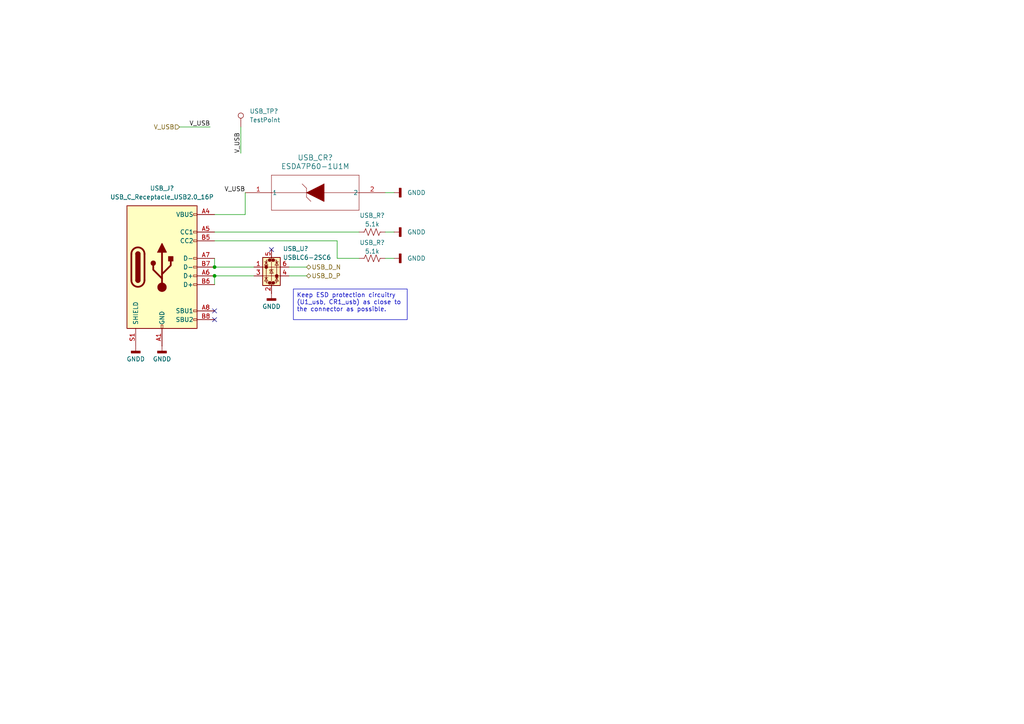
<source format=kicad_sch>
(kicad_sch (version 20250114) (generator "eeschema") (generator_version "9.0")
  (paper "A4")
  (lib_symbols
    (symbol "2024-07-15_00-58-56:ESDA7P60-1U1M" (pin_names (offset 0.254))
      (property "Reference" "CR" (at 20.32 10.16 0))
      (property "Value" "ESDA7P60-1U1M" (at 20.32 7.62 0))
      (symbol "ESDA7P60-1U1M_0_1"
        (polyline (pts (xy 7.62 5.08) (xy 7.62 -5.08)) (stroke (width 0.127)))
        (polyline (pts (xy 7.62 -5.08) (xy 33.02 -5.08)) (stroke (width 0.127)))
        (polyline (pts (xy 17.78 1.27) (xy 16.51 2.54)) (stroke (width 0.127)))
        (polyline (pts (xy 17.78 1.27) (xy 17.78 -1.27)) (stroke (width 0.127)))
        (polyline (pts (xy 17.78 0) (xy 22.86 2.54)) (stroke (width 0.127)))
        (polyline (pts (xy 17.78 -1.27) (xy 19.05 -2.54)) (stroke (width 0.127)))
        (polyline (pts (xy 22.86 2.54) (xy 22.86 -2.54)) (stroke (width 0.127)))
        (polyline (pts (xy 22.86 2.54) (xy 22.86 -2.54) (xy 17.78 0)) (fill (type outline)))
        (polyline (pts (xy 22.86 -2.54) (xy 17.78 0)) (stroke (width 0.127)))
        (polyline (pts (xy 33.02 5.08) (xy 7.62 5.08)) (stroke (width 0.127)))
        (polyline (pts (xy 33.02 0) (xy 7.62 0)) (stroke (width 0.127)))
        (polyline (pts (xy 33.02 -5.08) (xy 33.02 5.08)) (stroke (width 0.127)))
        (pin unspecified line (at 0 0 0) (length 7.62) (name "1") (number "1"))
        (pin unspecified line (at 40.64 0 180) (length 7.62) (name "2") (number "2"))
      )
    )
    (symbol "Connector:TestPoint" (pin_numbers (hide yes)) (pin_names (offset 0.762) (hide yes))
      (property "Reference" "TP" (at 0 6.858 0))
      (property "Value" "TestPoint" (at 0 5.08 0))
      (symbol "TestPoint_0_1"
        (circle (center 0 3.302) (radius 0.762))
      )
      (symbol "TestPoint_1_1"
        (pin passive line (at 0 0 90) (length 2.54) (name "1") (number "1"))
      )
    )
    (symbol "Connector:USB_C_Receptacle_USB2.0_16P" (pin_names (offset 1.016))
      (property "Reference" "J" (at 0 22.225 0))
      (property "Value" "USB_C_Receptacle_USB2.0_16P" (at 0 19.685 0))
      (symbol "USB_C_Receptacle_USB2.0_16P_0_0"
        (rectangle (start -0.254 -17.78) (end 0.254 -16.764))
        (rectangle (start 10.16 15.494) (end 9.144 14.986))
        (rectangle (start 10.16 10.414) (end 9.144 9.906))
        (rectangle (start 10.16 7.874) (end 9.144 7.366))
        (rectangle (start 10.16 2.794) (end 9.144 2.286))
        (rectangle (start 10.16 0.254) (end 9.144 -0.254))
        (rectangle (start 10.16 -2.286) (end 9.144 -2.794))
        (rectangle (start 10.16 -4.826) (end 9.144 -5.334))
        (rectangle (start 10.16 -12.446) (end 9.144 -12.954))
        (rectangle (start 10.16 -14.986) (end 9.144 -15.494))
      )
      (symbol "USB_C_Receptacle_USB2.0_16P_0_1"
        (rectangle (start -10.16 17.78) (end 10.16 -17.78) (stroke (width 0.254)) (fill (type background)))
        (polyline (pts (xy -8.89 -3.81) (xy -8.89 3.81)) (stroke (width 0.508)))
        (rectangle (start -7.62 -3.81) (end -6.35 3.81) (stroke (width 0.254)) (fill (type outline)))
        (arc (start -7.62 3.81) (mid -6.985 4.4423) (end -6.35 3.81) (stroke (width 0.254)))
        (arc (start -7.62 3.81) (mid -6.985 4.4423) (end -6.35 3.81) (stroke (width 0.254)) (fill (type outline)))
        (arc (start -8.89 3.81) (mid -6.985 5.7067) (end -5.08 3.81) (stroke (width 0.508)))
        (arc (start -5.08 -3.81) (mid -6.985 -5.7067) (end -8.89 -3.81) (stroke (width 0.508)))
        (arc (start -6.35 -3.81) (mid -6.985 -4.4423) (end -7.62 -3.81) (stroke (width 0.254)))
        (arc (start -6.35 -3.81) (mid -6.985 -4.4423) (end -7.62 -3.81) (stroke (width 0.254)) (fill (type outline)))
        (polyline (pts (xy -5.08 3.81) (xy -5.08 -3.81)) (stroke (width 0.508)))
        (circle (center -2.54 1.143) (radius 0.635) (stroke (width 0.254)) (fill (type outline)))
        (polyline (pts (xy -1.27 4.318) (xy 0 6.858) (xy 1.27 4.318) (xy -1.27 4.318)) (stroke (width 0.254)) (fill (type outline)))
        (polyline (pts (xy 0 -2.032) (xy 2.54 0.508) (xy 2.54 1.778)) (stroke (width 0.508)))
        (polyline (pts (xy 0 -3.302) (xy -2.54 -0.762) (xy -2.54 0.508)) (stroke (width 0.508)))
        (polyline (pts (xy 0 -5.842) (xy 0 4.318)) (stroke (width 0.508)))
        (circle (center 0 -5.842) (radius 1.27) (fill (type outline)))
        (rectangle (start 1.905 1.778) (end 3.175 3.048) (stroke (width 0.254)) (fill (type outline)))
      )
      (symbol "USB_C_Receptacle_USB2.0_16P_1_1"
        (pin passive line (at -7.62 -22.86 90) (length 5.08) (name "SHIELD") (number "S1"))
        (pin passive line (at 0 -22.86 90) (length 5.08) (name "GND") (number "A1"))
        (pin passive line (at 0 -22.86 90) (length 5.08) (hide yes) (name "GND") (number "A12"))
        (pin passive line (at 0 -22.86 90) (length 5.08) (hide yes) (name "GND") (number "B1"))
        (pin passive line (at 0 -22.86 90) (length 5.08) (hide yes) (name "GND") (number "B12"))
        (pin passive line (at 15.24 15.24 180) (length 5.08) (name "VBUS") (number "A4"))
        (pin passive line (at 15.24 15.24 180) (length 5.08) (hide yes) (name "VBUS") (number "A9"))
        (pin passive line (at 15.24 15.24 180) (length 5.08) (hide yes) (name "VBUS") (number "B4"))
        (pin passive line (at 15.24 15.24 180) (length 5.08) (hide yes) (name "VBUS") (number "B9"))
        (pin bidirectional line (at 15.24 10.16 180) (length 5.08) (name "CC1") (number "A5"))
        (pin bidirectional line (at 15.24 7.62 180) (length 5.08) (name "CC2") (number "B5"))
        (pin bidirectional line (at 15.24 2.54 180) (length 5.08) (name "D-") (number "A7"))
        (pin bidirectional line (at 15.24 0 180) (length 5.08) (name "D-") (number "B7"))
        (pin bidirectional line (at 15.24 -2.54 180) (length 5.08) (name "D+") (number "A6"))
        (pin bidirectional line (at 15.24 -5.08 180) (length 5.08) (name "D+") (number "B6"))
        (pin bidirectional line (at 15.24 -12.7 180) (length 5.08) (name "SBU1") (number "A8"))
        (pin bidirectional line (at 15.24 -15.24 180) (length 5.08) (name "SBU2") (number "B8"))
      )
    )
    (symbol "Device:R_US" (pin_numbers (hide yes)) (pin_names (offset 0))
      (property "Reference" "R" (at 2.54 0 90))
      (property "Value" "R_US" (at -2.54 0 90))
      (symbol "R_US_0_1"
        (polyline (pts (xy 0 2.286) (xy 0 2.54)))
        (polyline (pts (xy 0 2.286) (xy 1.016 1.905) (xy 0 1.524) (xy -1.016 1.143) (xy 0 0.762)))
        (polyline (pts (xy 0 0.762) (xy 1.016 0.381) (xy 0 0) (xy -1.016 -0.381) (xy 0 -0.762)))
        (polyline (pts (xy 0 -0.762) (xy 1.016 -1.143) (xy 0 -1.524) (xy -1.016 -1.905) (xy 0 -2.286)))
        (polyline (pts (xy 0 -2.286) (xy 0 -2.54)))
      )
      (symbol "R_US_1_1"
        (pin passive line (at 0 3.81 270) (length 1.27) (name "~") (number "1"))
        (pin passive line (at 0 -3.81 90) (length 1.27) (name "~") (number "2"))
      )
    )
    (symbol "Power_Protection:USBLC6-2SC6" (pin_names (hide yes))
      (property "Reference" "U" (at 0.635 5.715 0))
      (property "Value" "USBLC6-2SC6" (at 0.635 3.81 0))
      (symbol "USBLC6-2SC6_0_0"
        (circle (center -1.524 0) (radius 0.0001) (stroke (width 0.508)))
        (circle (center -0.508 2.032) (radius 0.0001) (stroke (width 0.508)))
        (circle (center -0.508 -4.572) (radius 0.0001) (stroke (width 0.508)))
        (circle (center 0.508 2.032) (radius 0.0001) (stroke (width 0.508)))
        (circle (center 0.508 -4.572) (radius 0.0001) (stroke (width 0.508)))
        (circle (center 1.524 -2.54) (radius 0.0001) (stroke (width 0.508)))
      )
      (symbol "USBLC6-2SC6_0_1"
        (polyline (pts (xy -2.54 0) (xy 2.54 0)))
        (polyline (pts (xy -2.54 -2.54) (xy 2.54 -2.54)))
        (polyline (pts (xy -2.032 0.508) (xy -1.016 0.508) (xy -1.524 1.524) (xy -2.032 0.508)))
        (polyline (pts (xy -2.032 -3.048) (xy -1.016 -3.048)))
        (polyline (pts (xy -1.016 1.524) (xy -2.032 1.524)))
        (polyline (pts (xy -1.016 -4.064) (xy -2.032 -4.064) (xy -1.524 -3.048) (xy -1.016 -4.064)))
        (polyline (pts (xy -0.508 -1.143) (xy -0.508 -0.762) (xy 0.508 -0.762)))
        (polyline (pts (xy 0 2.54) (xy -0.508 2.032) (xy 0.508 2.032) (xy 0 1.524) (xy 0 -4.064) (xy -0.508 -4.572) (xy 0.508 -4.572) (xy 0 -5.08)))
        (polyline (pts (xy 0.508 -1.778) (xy -0.508 -1.778) (xy 0 -0.762) (xy 0.508 -1.778)))
        (polyline (pts (xy 1.016 1.524) (xy 2.032 1.524)))
        (polyline (pts (xy 1.016 -3.048) (xy 2.032 -3.048)))
        (polyline (pts (xy 2.032 0.508) (xy 1.016 0.508) (xy 1.524 1.524) (xy 2.032 0.508)))
        (polyline (pts (xy 2.032 -4.064) (xy 1.016 -4.064) (xy 1.524 -3.048) (xy 2.032 -4.064)))
      )
      (symbol "USBLC6-2SC6_1_1"
        (rectangle (start -2.54 2.794) (end 2.54 -5.334) (stroke (width 0.254)) (fill (type background)))
        (polyline (pts (xy -0.508 2.032) (xy -1.524 2.032) (xy -1.524 -4.572) (xy -0.508 -4.572)))
        (polyline (pts (xy 0.508 -4.572) (xy 1.524 -4.572) (xy 1.524 2.032) (xy 0.508 2.032)))
        (pin passive line (at -5.08 0 0) (length 2.54) (name "I/O1") (number "1"))
        (pin passive line (at -5.08 -2.54 0) (length 2.54) (name "I/O2") (number "3"))
        (pin passive line (at 0 5.08 270) (length 2.54) (name "VBUS") (number "5"))
        (pin passive line (at 0 -7.62 90) (length 2.54) (name "GND") (number "2"))
        (pin passive line (at 5.08 0 180) (length 2.54) (name "I/O1") (number "6"))
        (pin passive line (at 5.08 -2.54 180) (length 2.54) (name "I/O2") (number "4"))
      )
    )
    (symbol "power:GNDD" (power) (pin_numbers (hide yes)) (pin_names (offset 0) (hide yes))
      (property "Value" "GNDD" (at 0 -3.175 0))
      (symbol "GNDD_0_1"
        (rectangle (start -1.27 -1.524) (end 1.27 -2.032) (stroke (width 0.254)) (fill (type outline)))
        (polyline (pts (xy 0 0) (xy 0 -1.524)))
      )
      (symbol "GNDD_1_1"
        (pin power_in line (at 0 0 270) (length 0) (name "~") (number "1"))
      )
    )
  )
  (text_box "Keep ESD protection circuitry (U1_usb, CR1_usb) as close to the connector as possible." (at 85.09 83.82 0) (size 33.02 8.89) (margins 0.9525 0.9525 0.9525 0.9525) (effects (font (size 1.27 1.27)) (justify left top)))
  (junction (at 62.23 77.47))
  (junction (at 62.23 80.01))
  (no_connect (at 78.74 72.39))
  (no_connect (at 62.23 90.17))
  (no_connect (at 62.23 92.71))
  (wire (pts (xy 62.23 62.23) (xy 71.12 62.23)))
  (wire (pts (xy 88.9 80.01) (xy 83.82 80.01)))
  (wire (pts (xy 71.12 55.88) (xy 71.12 62.23)))
  (wire (pts (xy 60.96 36.83) (xy 52.07 36.83)))
  (wire (pts (xy 114.3 55.88) (xy 111.76 55.88)))
  (wire (pts (xy 111.76 74.93) (xy 114.3 74.93)))
  (wire (pts (xy 88.9 77.47) (xy 83.82 77.47)))
  (wire (pts (xy 62.23 80.01) (xy 73.66 80.01)))
  (wire (pts (xy 97.79 69.85) (xy 97.79 74.93)))
  (wire (pts (xy 62.23 69.85) (xy 97.79 69.85)))
  (wire (pts (xy 62.23 74.93) (xy 62.23 77.47)))
  (wire (pts (xy 111.76 67.31) (xy 114.3 67.31)))
  (wire (pts (xy 62.23 82.55) (xy 62.23 80.01)))
  (wire (pts (xy 97.79 74.93) (xy 104.14 74.93)))
  (wire (pts (xy 62.23 67.31) (xy 104.14 67.31)))
  (wire (pts (xy 62.23 77.47) (xy 73.66 77.47)))
  (wire (pts (xy 69.85 44.45) (xy 69.85 36.83)))
  (label "V_USB" (at 69.85 44.45 90))
  (label "V_USB" (at 71.12 55.88 180))
  (label "V_USB" (at 60.96 36.83 180))
  (hierarchical_label "USB_D_N" (shape bidirectional) (at 88.9 77.47 0))
  (hierarchical_label "V_USB" (shape input) (at 52.07 36.83 180))
  (hierarchical_label "USB_D_P" (shape bidirectional) (at 88.9 80.01 0))
  (symbol (lib_id "Power_Protection:USBLC6-2SC6") (at 78.74 77.47 0) (unit 1)
    (property "Reference" "USB_U?" (at 82.042 72.136 0) (effects (justify left)))
    (property "Value" "USBLC6-2SC6" (at 82.042 74.676 0) (effects (justify left)))
    (property "Footprint" "Package_TO_SOT_SMD:SOT-23-6" (effects (hide yes)))
    (property "Datasheet" "https://www.st.com/resource/en/datasheet/usblc6-2.pdf" (effects (hide yes)))
    (property "Description" "Very low capacitance ESD protection diode, 2 data-line, SOT-23-6" (effects (hide yes)))
    (instances (project "Radio-Module" (path "" (reference "USB_U?") (unit 1))) (project "Radio-Module" (path "" (reference "USB_U?") (unit 1))) (project "Main-Module" (path "" (reference "USB_U1") (unit 1))))
  )
  (symbol (lib_id "Connector:USB_C_Receptacle_USB2.0_16P") (at 46.99 77.47 0) (unit 1)
    (property "Reference" "USB_J?" (at 46.99 54.61 0))
    (property "Value" "USB_C_Receptacle_USB2.0_16P" (at 46.99 57.15 0))
    (property "Footprint" "Connector_USB:USB_C_Receptacle_GCT_USB4105-xx-A_16P_TopMnt_Horizontal" (effects (hide yes)))
    (property "Datasheet" "https://www.usb.org/sites/default/files/documents/usb_type-c.zip" (effects (hide yes)))
    (property "Description" "USB 2.0-only 16P Type-C Receptacle connector" (effects (hide yes)))
    (instances (project "Radio-Module" (path "" (reference "USB_J?") (unit 1))) (project "Radio-Module" (path "" (reference "USB_J?") (unit 1))) (project "Main-Module" (path "" (reference "USB_J1") (unit 1))))
  )
  (symbol (lib_id "power:GNDD") (at 46.99 100.33 0) (unit 1)
    (property "Reference" "#PWR?" (effects (hide yes)))
    (property "Value" "GNDD" (at 46.99 104.14 0))
    (property "Description" "Power symbol creates a global label with name \"GNDD\" , digital ground" (effects (hide yes)))
    (instances (project "Radio-Module" (path "" (reference "#PWR?") (unit 1))) (project "Radio-Module" (path "" (reference "#PWR?") (unit 1))) (project "Main-Module" (path "" (reference "#PWR037") (unit 1))))
  )
  (symbol (lib_id "power:GNDD") (at 114.3 55.88 90) (unit 1)
    (property "Reference" "#PWR?" (effects (hide yes)))
    (property "Value" "GNDD" (at 118.11 55.8799 90) (effects (justify right)))
    (property "Description" "Power symbol creates a global label with name \"GNDD\" , digital ground" (effects (hide yes)))
    (instances (project "Radio-Module" (path "" (reference "#PWR?") (unit 1))) (project "Radio-Module" (path "" (reference "#PWR?") (unit 1))) (project "Main-Module" (path "" (reference "#PWR039") (unit 1))))
  )
  (symbol (lib_id "power:GNDD") (at 39.37 100.33 0) (unit 1)
    (property "Reference" "#PWR?" (effects (hide yes)))
    (property "Value" "GNDD" (at 39.37 104.14 0))
    (property "Description" "Power symbol creates a global label with name \"GNDD\" , digital ground" (effects (hide yes)))
    (instances (project "Radio-Module" (path "" (reference "#PWR?") (unit 1))) (project "Radio-Module" (path "" (reference "#PWR?") (unit 1))) (project "Main-Module" (path "" (reference "#PWR036") (unit 1))))
  )
  (symbol (lib_id "Device:R_US") (at 107.95 74.93 90) (unit 1)
    (property "Reference" "USB_R?" (at 107.95 70.358 90))
    (property "Value" "5.1k" (at 107.95 72.898 90))
    (property "Footprint" "Resistor_SMD:R_0603_1608Metric_Pad0.98x0.95mm_HandSolder" (effects (hide yes)))
    (property "Description" "Resistor, US symbol" (effects (hide yes)))
    (instances (project "Radio-Module" (path "" (reference "USB_R?") (unit 1))) (project "Radio-Module" (path "" (reference "USB_R?") (unit 1))) (project "Main-Module" (path "" (reference "USB_R2") (unit 1))))
  )
  (symbol (lib_id "Device:R_US") (at 107.95 67.31 90) (unit 1)
    (property "Reference" "USB_R?" (at 107.95 62.484 90))
    (property "Value" "5.1k" (at 107.95 65.024 90))
    (property "Footprint" "Resistor_SMD:R_0603_1608Metric_Pad0.98x0.95mm_HandSolder" (effects (hide yes)))
    (property "Description" "Resistor, US symbol" (effects (hide yes)))
    (instances (project "Radio-Module" (path "" (reference "USB_R?") (unit 1))) (project "Radio-Module" (path "" (reference "USB_R?") (unit 1))) (project "Main-Module" (path "" (reference "USB_R1") (unit 1))))
  )
  (symbol (lib_id "2024-07-15_00-58-56:ESDA7P60-1U1M") (at 71.12 55.88 0) (unit 1)
    (property "Reference" "USB_CR?" (at 91.44 45.72 0) (effects (font (size 1.524 1.524))))
    (property "Value" "ESDA7P60-1U1M" (at 91.44 48.26 0) (effects (font (size 1.524 1.524))))
    (property "Footprint" "ESDA7P60_1U1M:ZDO_1610_STM" (effects (hide yes)))
    (property "Datasheet" "ESDA7P60-1U1M" (effects (hide yes)))
    (instances (project "Radio-Module" (path "" (reference "USB_CR?") (unit 1))) (project "Radio-Module" (path "" (reference "USB_CR?") (unit 1))) (project "Main-Module" (path "" (reference "USB_CR1") (unit 1))))
  )
  (symbol (lib_id "power:GNDD") (at 114.3 74.93 90) (unit 1)
    (property "Reference" "#PWR?" (effects (hide yes)))
    (property "Value" "GNDD" (at 118.11 74.9299 90) (effects (justify right)))
    (property "Description" "Power symbol creates a global label with name \"GNDD\" , digital ground" (effects (hide yes)))
    (instances (project "Radio-Module" (path "" (reference "#PWR?") (unit 1))) (project "Radio-Module" (path "" (reference "#PWR?") (unit 1))) (project "Main-Module" (path "" (reference "#PWR041") (unit 1))))
  )
  (symbol (lib_id "power:GNDD") (at 78.74 85.09 0) (unit 1)
    (property "Reference" "#PWR?" (effects (hide yes)))
    (property "Value" "GNDD" (at 78.74 88.9 0))
    (property "Description" "Power symbol creates a global label with name \"GNDD\" , digital ground" (effects (hide yes)))
    (instances (project "Radio-Module" (path "" (reference "#PWR?") (unit 1))) (project "Radio-Module" (path "" (reference "#PWR?") (unit 1))) (project "Main-Module" (path "" (reference "#PWR038") (unit 1))))
  )
  (symbol (lib_id "power:GNDD") (at 114.3 67.31 90) (unit 1)
    (property "Reference" "#PWR?" (effects (hide yes)))
    (property "Value" "GNDD" (at 118.11 67.3099 90) (effects (justify right)))
    (property "Description" "Power symbol creates a global label with name \"GNDD\" , digital ground" (effects (hide yes)))
    (instances (project "Radio-Module" (path "" (reference "#PWR?") (unit 1))) (project "Radio-Module" (path "" (reference "#PWR?") (unit 1))) (project "Main-Module" (path "" (reference "#PWR040") (unit 1))))
  )
  (symbol (lib_id "Connector:TestPoint") (at 69.85 36.83 0) (unit 1)
    (property "Reference" "USB_TP?" (at 72.39 32.2579 0) (effects (justify left)))
    (property "Value" "TestPoint" (at 72.39 34.7979 0) (effects (justify left)))
    (property "Footprint" "TestPoint:TestPoint_Loop_D2.60mm_Drill1.6mm_Beaded" (effects (hide yes)))
    (property "Description" "test point" (effects (hide yes)))
    (instances (project "Radio-Module" (path "" (reference "USB_TP?") (unit 1))) (project "Radio-Module" (path "" (reference "USB_TP?") (unit 1))) (project "Main-Module" (path "" (reference "USB_TP1") (unit 1))))
  )
)
</source>
